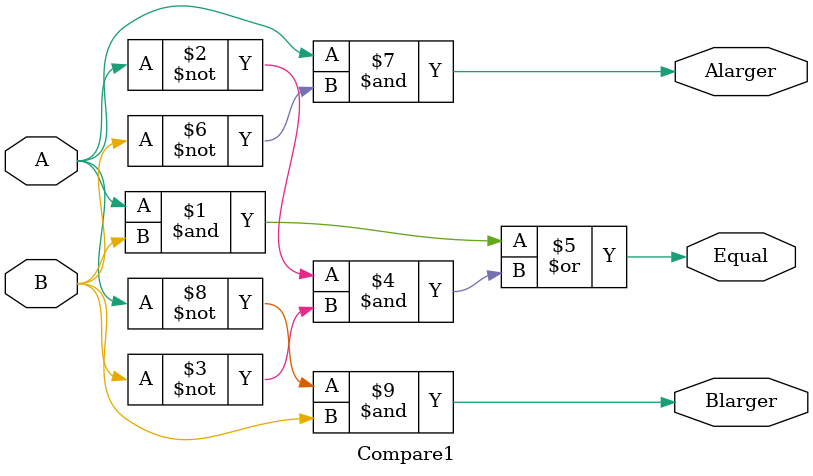
<source format=v>
module Compare1 (A, B, Equal, Alarger, Blarger);
input A, B;
output Equal, Alarger, Blarger;
 assign Equal = (A & B) | (~A & ~B);
 assign Alarger = (A & ~B);
 assign Blarger = (~A & B);
endmodule
</source>
